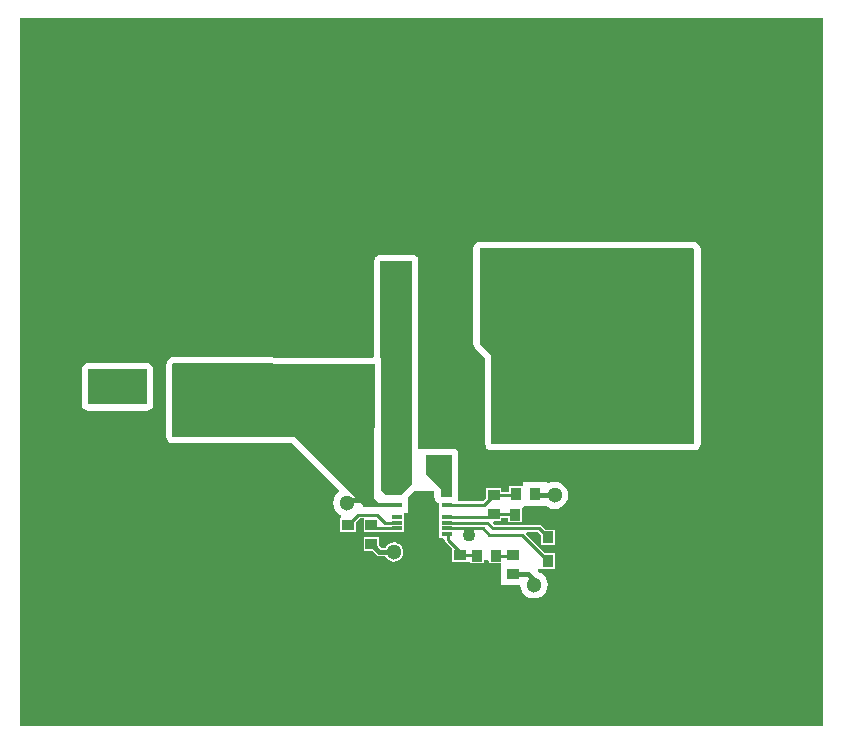
<source format=gtl>
G04*
G04 #@! TF.GenerationSoftware,Altium Limited,Altium Designer,19.0.14 (431)*
G04*
G04 Layer_Physical_Order=1*
G04 Layer_Color=255*
%FSLAX25Y25*%
%MOIN*%
G70*
G01*
G75*
%ADD12C,0.01575*%
%ADD13C,0.01000*%
%ADD15R,0.10236X0.12598*%
%ADD16R,0.06500X0.11201*%
%ADD17R,0.03500X0.01201*%
%ADD18R,0.06299X0.11024*%
%ADD19R,0.15158X0.07480*%
%ADD20R,0.03937X0.03543*%
%ADD21R,0.03543X0.03937*%
%ADD22R,0.07480X0.15158*%
%ADD23R,0.06122X0.06181*%
%ADD24R,0.06102X0.21260*%
%ADD40C,0.06693*%
%ADD41C,0.05118*%
%ADD42C,0.04331*%
%ADD43C,0.02756*%
%ADD44C,0.23622*%
G36*
X267717Y0D02*
X0D01*
Y236221D01*
X267717D01*
Y0D01*
D02*
G37*
%LPC*%
G36*
X130709Y157157D02*
X120079D01*
X119298Y157002D01*
X118637Y156560D01*
X118484Y156331D01*
X118297D01*
Y156052D01*
X118195Y155898D01*
X118040Y155118D01*
Y123463D01*
X117482Y122907D01*
X51148Y123102D01*
X51146Y123102D01*
X51144Y123102D01*
X50757Y123026D01*
X50367Y122949D01*
X50365Y122949D01*
X50364Y122948D01*
X50034Y122729D01*
X49704Y122509D01*
X49703Y122508D01*
X49702Y122507D01*
X49348Y122154D01*
X49347Y122153D01*
X49345Y122152D01*
X49126Y121823D01*
X48905Y121493D01*
X48904Y121492D01*
X48903Y121490D01*
X48826Y121102D01*
X48748Y120713D01*
X48748Y120712D01*
X48748Y120710D01*
Y118280D01*
X48738D01*
Y108098D01*
X48748D01*
Y96457D01*
X48903Y95676D01*
X49345Y95015D01*
X50007Y94573D01*
X50787Y94418D01*
X90691D01*
X106311Y78797D01*
X106260Y78011D01*
X105804Y77661D01*
X105073Y76709D01*
X104613Y75600D01*
X104457Y74410D01*
X104613Y73219D01*
X105073Y72110D01*
X105804Y71158D01*
X106756Y70427D01*
X107099Y70285D01*
X106942Y69498D01*
X106684D01*
Y64754D01*
X111820D01*
Y68108D01*
X113164Y69452D01*
X114558D01*
Y64754D01*
X119694D01*
Y64823D01*
X123179D01*
Y64745D01*
X127880D01*
Y66713D01*
Y71082D01*
X128611Y71219D01*
X129279D01*
Y76396D01*
X130865Y77981D01*
X131496Y78346D01*
Y78347D01*
X131496Y78347D01*
X138061D01*
X138118Y78289D01*
Y76419D01*
X138274Y75639D01*
X138398Y75453D01*
Y75156D01*
X138596D01*
X138716Y74977D01*
X139377Y74535D01*
X139798Y74452D01*
Y72835D01*
X139764D01*
Y70866D01*
X139798D01*
Y66713D01*
Y62776D01*
X141114D01*
X141595Y62186D01*
X141680Y61757D01*
X141923Y61393D01*
X144085Y59232D01*
Y54675D01*
X149222D01*
Y54675D01*
X149991Y54629D01*
Y54281D01*
X154734D01*
Y55515D01*
X155731Y55523D01*
X156290Y54969D01*
Y54281D01*
X160402D01*
Y46975D01*
X166692D01*
X166818Y46014D01*
X167278Y44905D01*
X168008Y43952D01*
X168961Y43222D01*
X170070Y42762D01*
X171260Y42605D01*
X172450Y42762D01*
X173559Y43222D01*
X174511Y43952D01*
X175242Y44905D01*
X175701Y46014D01*
X175858Y47204D01*
X175701Y48394D01*
X175242Y49503D01*
X174511Y50455D01*
X173559Y51186D01*
X172621Y51575D01*
X172777Y52362D01*
X173917D01*
Y52550D01*
X178356D01*
Y57687D01*
X175002D01*
X168652Y64036D01*
X168979Y64823D01*
X172567D01*
X173613Y63778D01*
Y60424D01*
X178356D01*
Y65561D01*
X175002D01*
X173825Y66738D01*
X173461Y66981D01*
X173031Y67066D01*
X173031Y67066D01*
X157966D01*
X157530Y67598D01*
X157830Y68298D01*
X160380D01*
Y69548D01*
X162690D01*
Y68006D01*
X167433D01*
X167433Y72441D01*
X167433Y72580D01*
X167467Y72826D01*
X167700Y73246D01*
X168027Y73373D01*
X168252Y73405D01*
X168455Y73405D01*
X175304D01*
X175850Y72986D01*
X176960Y72527D01*
X178150Y72370D01*
X179340Y72527D01*
X180449Y72986D01*
X181401Y73717D01*
X182132Y74669D01*
X182591Y75778D01*
X182748Y76968D01*
X182591Y78159D01*
X182132Y79268D01*
X181401Y80220D01*
X180449Y80951D01*
X179340Y81410D01*
X178150Y81567D01*
X176960Y81410D01*
X176120Y81062D01*
X175332Y81343D01*
Y81343D01*
X167789D01*
Y80665D01*
X167633Y79943D01*
X167002Y79943D01*
X162890D01*
Y78090D01*
X160380D01*
Y79340D01*
X155243D01*
Y75986D01*
X154197Y74940D01*
X146596D01*
X146294Y75033D01*
X146057Y75489D01*
X145996Y75728D01*
X146134Y76419D01*
Y90551D01*
X145978Y91331D01*
X145536Y91993D01*
X144875Y92435D01*
X144095Y92590D01*
X135433D01*
X135406Y92585D01*
X134646Y92520D01*
X134646Y92520D01*
X134646Y92520D01*
X132748D01*
Y155118D01*
X132593Y155898D01*
X132533Y155987D01*
Y156331D01*
X132304D01*
X132151Y156560D01*
X131489Y157002D01*
X130709Y157157D01*
D02*
G37*
G36*
X42323Y121134D02*
X22638D01*
X21857Y120978D01*
X21196Y120536D01*
X20754Y119875D01*
X20599Y119095D01*
Y107283D01*
X20754Y106503D01*
X21196Y105842D01*
X21857Y105400D01*
X22638Y105244D01*
X42323D01*
X43103Y105400D01*
X43765Y105842D01*
X44207Y106503D01*
X44362Y107283D01*
Y119095D01*
X44207Y119875D01*
X43765Y120536D01*
X43103Y120978D01*
X42323Y121134D01*
D02*
G37*
G36*
X224410Y161488D02*
X153150D01*
X152369Y161333D01*
X151708Y160891D01*
X151266Y160229D01*
X151110Y159449D01*
Y127559D01*
X151266Y126779D01*
X151708Y126117D01*
X155047Y122777D01*
Y94095D01*
X155203Y93314D01*
X155321Y93137D01*
Y92488D01*
X155891D01*
X156306Y92211D01*
X157087Y92055D01*
X224803D01*
X225584Y92211D01*
X226245Y92653D01*
X226687Y93314D01*
X226842Y94095D01*
Y159055D01*
X226842Y159055D01*
X226687Y159836D01*
X226245Y160497D01*
X225851Y160891D01*
X225190Y161333D01*
X224410Y161488D01*
D02*
G37*
G36*
X119694Y63198D02*
X114558D01*
Y58455D01*
X117497D01*
X118783Y57169D01*
X119242Y56862D01*
X119783Y56755D01*
X121732D01*
X121847Y56478D01*
X122353Y55818D01*
X123013Y55311D01*
X123782Y54993D01*
X124606Y54885D01*
X125431Y54993D01*
X126199Y55311D01*
X126859Y55818D01*
X127366Y56478D01*
X127684Y57246D01*
X127793Y58071D01*
X127684Y58896D01*
X127366Y59664D01*
X126859Y60324D01*
X126199Y60830D01*
X125431Y61149D01*
X125414Y61151D01*
X125232Y61272D01*
X124803Y61357D01*
X124374Y61272D01*
X124289Y61215D01*
X123782Y61149D01*
X123013Y60830D01*
X122353Y60324D01*
X121847Y59664D01*
X121814Y59584D01*
X120369D01*
X119694Y60259D01*
Y63198D01*
D02*
G37*
%LPD*%
G36*
X130709Y80709D02*
X127165Y77165D01*
X121653D01*
X120149Y78670D01*
Y97606D01*
X120246D01*
Y122866D01*
X120079D01*
Y155118D01*
X130709D01*
Y80709D01*
D02*
G37*
G36*
X144095Y76419D02*
X140157D01*
Y79134D01*
X135433Y83858D01*
Y90551D01*
X144095D01*
Y76419D01*
D02*
G37*
G36*
X118110Y120866D02*
Y75984D01*
X119685Y74410D01*
X127165D01*
Y73228D01*
X114764D01*
X91535Y96457D01*
X50787D01*
Y120710D01*
X51142Y121063D01*
X118110Y120866D01*
D02*
G37*
G36*
X42323Y107283D02*
X22638D01*
Y119095D01*
X42323D01*
Y107283D01*
D02*
G37*
G36*
X224803Y159055D02*
Y94095D01*
X157087D01*
Y123622D01*
X153150Y127559D01*
Y159449D01*
X224410D01*
X224803Y159055D01*
D02*
G37*
D12*
X171457Y76968D02*
X178150D01*
X171260Y76772D02*
X171457Y76968D01*
X116929Y61024D02*
X119783Y58169D01*
X122737D01*
X110236Y75590D02*
X112992D01*
X169291Y50747D02*
X170472Y49566D01*
X164370Y50747D02*
X169291D01*
D13*
X171260Y47204D02*
Y48779D01*
X170472Y49566D02*
X171260Y48779D01*
X142717Y62186D02*
Y63976D01*
X122737Y58169D02*
X124606Y60039D01*
X149213Y65945D02*
X154375D01*
X148819Y63386D02*
Y65945D01*
Y63386D02*
X149213Y62992D01*
X124606Y60039D02*
X124803Y60236D01*
X124606Y58071D02*
Y60039D01*
X149606Y63386D02*
Y63779D01*
X149213Y62992D02*
X149606Y63386D01*
X121634Y67913D02*
X125530D01*
X118974Y70574D02*
X121634Y67913D01*
X112700Y70574D02*
X118974D01*
X109252Y67126D02*
X112700Y70574D01*
X167189Y63914D02*
X175984Y55118D01*
X156406Y63914D02*
X167189D01*
X154375Y65945D02*
X156406Y63914D01*
X173031Y65945D02*
X175984Y62992D01*
X157480Y65945D02*
X173031D01*
X155628Y67798D02*
X157480Y65945D01*
X142263Y67798D02*
X155628D01*
X142148Y67913D02*
X142263Y67798D01*
X109055Y74410D02*
X110236Y75590D01*
X142148Y65945D02*
X148819D01*
X146653Y57046D02*
Y58249D01*
X142717Y62186D02*
X146653Y58249D01*
X160470Y100000D02*
X178347D01*
X178740Y99606D01*
X154661Y73819D02*
X157811Y76968D01*
X142148Y73819D02*
X154661D01*
X169291Y50747D02*
X169291Y50747D01*
X117126Y67126D02*
X118307Y65945D01*
X125530D01*
X164966Y70669D02*
X165061Y70574D01*
X157811Y70669D02*
X164966D01*
X157024Y69882D02*
X157811Y70669D01*
X142148Y69882D02*
X157024D01*
X164856Y76968D02*
X165261Y77374D01*
X157811Y76968D02*
X164856D01*
X164173Y56849D02*
X164370Y57046D01*
X158661Y56849D02*
X164173D01*
X152165Y57046D02*
X152362Y56849D01*
X146653Y57046D02*
X152165D01*
D15*
X158880Y148031D02*
D03*
X125415D02*
D03*
D16*
X133858Y70866D02*
D03*
D17*
X142148Y77756D02*
D03*
Y73819D02*
D03*
Y69882D02*
D03*
Y67913D02*
D03*
Y65945D02*
D03*
Y63976D02*
D03*
X125530D02*
D03*
Y65945D02*
D03*
Y67913D02*
D03*
Y69882D02*
D03*
Y73819D02*
D03*
Y77756D02*
D03*
D18*
X160470Y115748D02*
D03*
X148856D02*
D03*
X160470Y100000D02*
D03*
X148856D02*
D03*
D19*
X215945Y112598D02*
D03*
X243898D02*
D03*
D20*
X117126Y60827D02*
D03*
Y67126D02*
D03*
X109252D02*
D03*
Y60827D02*
D03*
X157811Y76968D02*
D03*
Y70669D02*
D03*
X164370Y57046D02*
D03*
Y50747D02*
D03*
X146653Y57046D02*
D03*
Y50747D02*
D03*
D21*
X165261Y77374D02*
D03*
X171561D02*
D03*
X171361Y70574D02*
D03*
X165061D02*
D03*
X182283Y55118D02*
D03*
X175984D02*
D03*
X152362Y56849D02*
D03*
X158661D02*
D03*
X175984Y62992D02*
D03*
X182283D02*
D03*
D22*
X82677Y104527D02*
D03*
Y76575D02*
D03*
D23*
X38721Y113189D02*
D03*
X53799D02*
D03*
X138642Y87402D02*
D03*
X123563D02*
D03*
D24*
X135864Y110236D02*
D03*
X115195D02*
D03*
D40*
X26575Y113189D02*
D03*
X218504Y153150D02*
D03*
X27165Y88583D02*
D03*
X243701Y152756D02*
D03*
D41*
X178150Y76968D02*
D03*
X171260Y47204D02*
D03*
X124606Y58071D02*
D03*
X46358Y64272D02*
D03*
Y52461D02*
D03*
X32579D02*
D03*
Y64272D02*
D03*
X73917D02*
D03*
Y52461D02*
D03*
X60138D02*
D03*
Y64272D02*
D03*
X210630Y64961D02*
D03*
Y53150D02*
D03*
X196850D02*
D03*
Y64961D02*
D03*
X238189D02*
D03*
Y53150D02*
D03*
X224410D02*
D03*
Y64961D02*
D03*
X210630Y188976D02*
D03*
Y177165D02*
D03*
X196850D02*
D03*
Y188976D02*
D03*
X238189D02*
D03*
Y177165D02*
D03*
X224410D02*
D03*
Y188976D02*
D03*
X62205Y187992D02*
D03*
Y176181D02*
D03*
X75984D02*
D03*
Y187992D02*
D03*
X48425D02*
D03*
Y176181D02*
D03*
X34646D02*
D03*
Y187992D02*
D03*
X109055Y74410D02*
D03*
X178740Y99606D02*
D03*
D42*
X149606Y63779D02*
D03*
D43*
X132382Y69521D02*
D03*
Y66831D02*
D03*
X135335Y69521D02*
D03*
X132382Y72211D02*
D03*
X135335Y66831D02*
D03*
Y74902D02*
D03*
X132382D02*
D03*
X135335Y72211D02*
D03*
X144095Y100394D02*
D03*
Y97244D02*
D03*
Y103543D02*
D03*
Y106693D02*
D03*
Y109843D02*
D03*
Y112992D02*
D03*
Y116142D02*
D03*
Y119291D02*
D03*
X140945Y97244D02*
D03*
Y100394D02*
D03*
Y103543D02*
D03*
Y106693D02*
D03*
Y109843D02*
D03*
Y112992D02*
D03*
Y116142D02*
D03*
Y119291D02*
D03*
D44*
X135827Y210630D02*
D03*
X238189Y23622D02*
D03*
M02*

</source>
